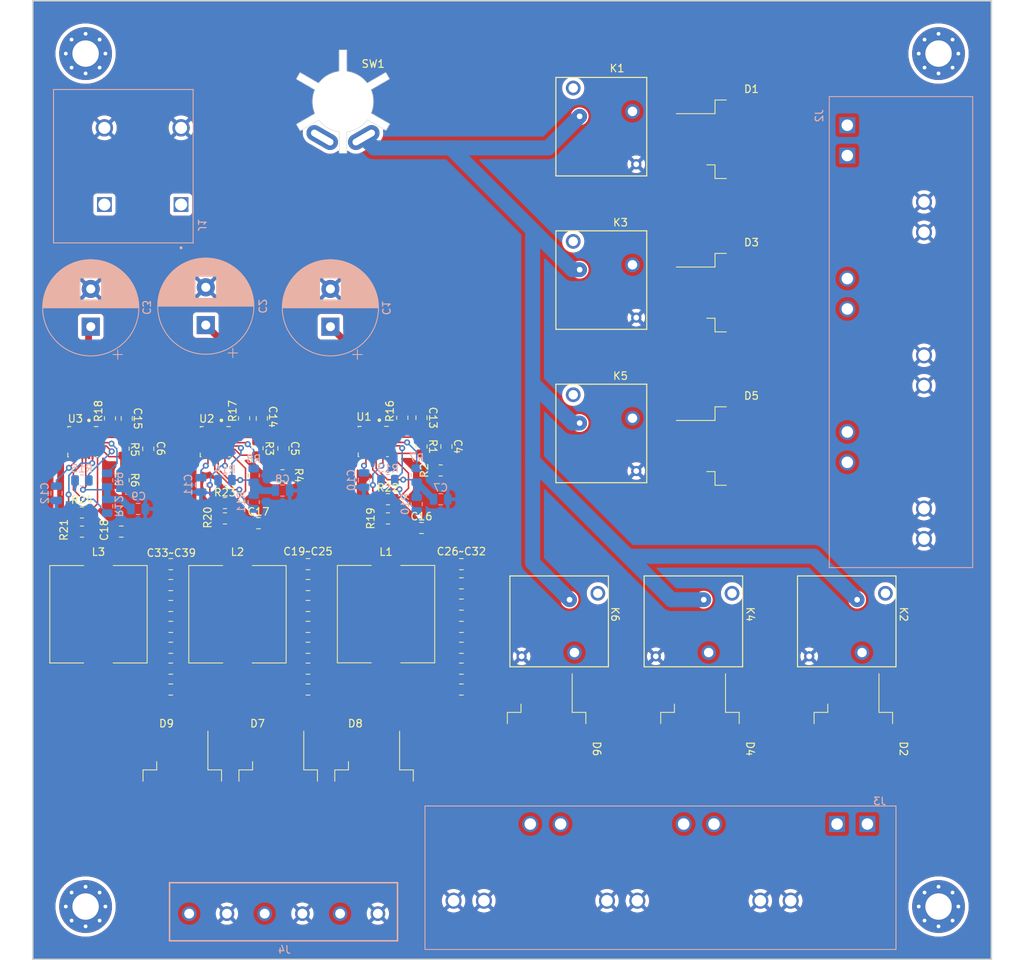
<source format=kicad_pcb>
(kicad_pcb (version 20221018) (generator pcbnew)
  (layers (0 "F.Cu" signal) (1 "In1.Cu" power "PWR.Cu") (2 "In2.Cu" power "GND.Cu") (31 "B.Cu" signal) (34 "B.Paste" user) (35 "F.Paste" user) (36 "B.SilkS" user "B.Silkscreen") (37 "F.SilkS" user "F.Silkscreen") (38 "B.Mask" user) (39 "F.Mask" user) (44 "Edge.Cuts" user))
  (net 0 "")
  (net 1 "/V_BAT_IN")
  (net 2 "GND")
  (net 3 "Net-(U1-VDD)")
  (net 4 "Net-(U2-VDD)")
  (net 5 "Net-(U3-VDD)")
  (net 6 "Net-(U1-VDRV)")
  (net 7 "Net-(U2-VDRV)")
  (net 8 "Net-(U3-VDRV)")
  (net 9 "Net-(U1-BOOT)")
  (net 10 "Net-(C13-Pad2)")
  (net 11 "Net-(U2-BOOT)")
  (net 12 "Net-(C14-Pad2)")
  (net 13 "Net-(U3-BOOT)")
  (net 14 "Net-(C15-Pad2)")
  (net 15 "Net-(D8-A)")
  (net 16 "Net-(D7-A)")
  (net 17 "Net-(D9-A)")
  (net 18 "Net-(D1-A)")
  (net 19 "/12V_IN_1")
  (net 20 "Net-(D2-A)")
  (net 21 "/12V_IN_4")
  (net 22 "Net-(D3-A)")
  (net 23 "/12V_IN_2")
  (net 24 "Net-(D4-A)")
  (net 25 "/12V_IN_5")
  (net 26 "Net-(D5-A)")
  (net 27 "/12V_IN_3")
  (net 28 "Net-(D6-A)")
  (net 29 "/12V_IN_6")
  (net 30 "/5V_OUT_1")
  (net 31 "/5V_OUT_2")
  (net 32 "/5V_OUT_3")
  (net 33 "/E-stop")
  (net 34 "Net-(L1-Pad1)")
  (net 35 "Net-(L2-Pad1)")
  (net 36 "Net-(L3-Pad1)")
  (net 37 "Net-(U1-EN)")
  (net 38 "Net-(U2-EN)")
  (net 39 "Net-(U3-EN)")
  (net 40 "Net-(U1-MODE1)")
  (net 41 "Net-(U2-MODE1)")
  (net 42 "Net-(U3-MODE1)")
  (net 43 "Net-(U1-PGOOD)")
  (net 44 "Net-(U2-PGOOD)")
  (net 45 "Net-(U3-PGOOD)")
  (net 46 "Net-(U1-MODE2)")
  (net 47 "Net-(U2-MODE2)")
  (net 48 "Net-(U3-MODE2)")
  (net 49 "Net-(U1-PHASE)")
  (net 50 "Net-(U2-PHASE)")
  (net 51 "Net-(U3-PHASE)")
  (net 52 "Net-(U1-FB)")
  (net 53 "Net-(U2-FB)")
  (net 54 "Net-(U3-FB)")
  (net 55 "/GL")
  (footprint "MountingHole:MountingHole_3.5mm_Pad_Via" (layer "F.Cu") (at 140 27)
    (fp_text reference "REF**" hide)
    (fp_text value "MountingHole_3.5mm_Pad_Via")
  )
  (footprint "Capacitor_SMD:C_0805_2012Metric" (layer "F.Cu") (at 49.908845 89.215)
    (fp_text reference "C17")
    (fp_text value "100nF")
  )
  (footprint "Inductor_SMD:L_Vishay_IHLP-5050" (layer "F.Cu") (at 47.12 101.28 -90)
    (fp_text reference "L2")
    (fp_text value "1uH")
  )
  (footprint "Package_TO_SOT_SMD:TO-263-2" (layer "F.Cu") (at 115.213845 58.67)
    (fp_text reference "D3")
    (fp_text value "type=\"D\" model=\"DIODE\" lib=\"\"")
  )
  (footprint "power_board_support:A10 Relay" (layer "F.Cu") (at 94.863845 106.35 180)
    (fp_text reference "K6")
    (fp_text value "Relay")
  )
  (footprint "Capacitor_SMD:C_0805_2012Metric" (layer "F.Cu") (at 56.463845 105.71692)
    (fp_text reference "C28" hide)
    (fp_text value "47uF")
  )
  (footprint "SIC_431_supporting:REGULATOR_SIC431AED-T1-GE3" (layer "F.Cu") (at 44.188845 78.42 -90)
    (fp_text reference "U2")
    (fp_text value "SIC431AED-T1-GE3")
  )
  (footprint "Resistor_SMD:R_0805_2012Metric" (layer "F.Cu") (at 49.773845 79.29 -90)
    (fp_text reference "R3")
    (fp_text value "562k")
  )
  (footprint "Capacitor_SMD:C_0805_2012Metric" (layer "F.Cu") (at 74.800845 79.055 -90)
    (fp_text reference "C4")
    (fp_text value "100nF")
  )
  (footprint "Resistor_SMD:R_0805_2012Metric" (layer "F.Cu") (at 32.033845 83.51 -90)
    (fp_text reference "R6")
    (fp_text value "309k")
  )
  (footprint "Capacitor_SMD:C_0805_2012Metric" (layer "F.Cu") (at 76.783845 105.71692)
    (fp_text reference "C23" hide)
    (fp_text value "47uF")
  )
  (footprint "power_board_support:E-Stop" (layer "F.Cu") (at 61.1 33.36)
    (fp_text reference "SW1")
    (fp_text value "SW_Push_Open")
    (fp_line (start -6.190326 -2.988974) (end -4.129186 -1.798974) (stroke (width 0.06)) (layer "Edge.Cuts"))
    (fp_line (start -6.179512 3.003974) (end -5.679512 3.87) (stroke (width 0.06)) (layer "Edge.Cuts"))
    (fp_line (start -6.179512 3.003974) (end -4.118372 1.813974) (stroke (width 0.06)) (layer "Edge.Cuts"))
    (fp_line (start -5.690326 -3.855) (end -6.190326 -2.988974) (stroke (width 0.06)) (layer "Edge.Cuts"))
    (fp_line (start -5.690326 -3.855) (end -3.629186 -2.665) (stroke (width 0.06)) (layer "Edge.Cuts"))
    (fp_line (start -5.679512 3.87) (end -3.618372 2.68) (stroke (width 0.06)) (layer "Edge.Cuts"))
    (fp_line (start -4.129186 -1.798974) (end -3.730814 -1.568974) (stroke (width 0.06)) (layer "Edge.Cuts"))
    (fp_line (start -3.72 1.583974) (end -4.118372 1.813974) (stroke (width 0.06)) (layer "Edge.Cuts"))
    (fp_line (start -3.618372 2.68) (end -3.22 2.45) (stroke (width 0.06)) (layer "Edge.Cuts"))
    (fp_line (start -3.230814 -2.435) (end -3.629186 -2.665) (stroke (width 0.06)) (layer "Edge.Cuts"))
    (fp_line (start -0.51 -6.85) (end -0.51 -4.47) (stroke (width 0.06)) (layer "Edge.Cuts"))
    (fp_line (start -0.51 -4.47) (end -0.51 -4.01) (stroke (width 0.06)) (layer "Edge.Cuts"))
    (fp_line (start -0.5 4.01) (end -0.5 4.47) (stroke (width 0.06)) (layer "Edge.Cuts"))
    (fp_line (start -0.5 6.85) (end -0.5 4.47) (stroke (width 0.06)) (layer "Edge.Cuts"))
    (fp_line (start -0.5 6.85) (end 0.5 6.85) (stroke (width 0.06)) (layer "Edge.Cuts"))
    (fp_line (start 0.49 -6.85) (end -0.51 -6.85) (stroke (width 0.06)) (layer "Edge.Cuts"))
    (fp_line (start 0.49 -6.85) (end 0.49 -4.47) (stroke (width 0.06)) (layer "Edge.Cuts"))
    (fp_line (start 0.49 -4.01) (end 0.49 -4.47) (stroke (width 0.06)) (layer "Edge.Cuts"))
    (fp_line (start 0.5 4.47) (end 0.5 4.01) (stroke (width 0.06)) (layer "Edge.Cuts"))
    (fp_line (start 0.5 6.85) (end 0.5 4.47) (stroke (width 0.06)) (layer "Edge.Cuts"))
    (fp_line (start 3.241628 2.406026) (end 3.64 2.636026) (stroke (width 0.06)) (layer "Edge.Cuts"))
    (fp_line (start 3.61 -2.68) (end 3.211628 -2.45) (stroke (width 0.06)) (layer "Edge.Cuts"))
    (fp_line (start 3.711628 -1.583974) (end 4.11 -1.813974) (stroke (width 0.06)) (layer "Edge.Cuts"))
    (fp_line (start 4.14 1.77) (end 3.741628 1.54) (stroke (width 0.06)) (layer "Edge.Cuts"))
    (fp_line (start 5.67114 -3.87) (end 3.61 -2.68) (stroke (width 0.06)) (layer "Edge.Cuts"))
    (fp_line (start 5.70114 3.826026) (end 3.64 2.636026) (stroke (width 0.06)) (layer "Edge.Cuts"))
    (fp_line (start 5.70114 3.826026) (end 6.20114 2.96) (stroke (width 0.06)) (layer "Edge.Cuts"))
    (fp_line (start 6.17114 -3.003974) (end 4.11 -1.813974) (stroke (width 0.06)) (layer "Edge.Cuts"))
    (fp_line (start 6.17114 -3.003974) (end 5.67114 -3.87) (stroke (width 0.06)) (layer "Edge.Cuts"))
    (fp_line (start 6.20114 2.96) (end 4.14 1.77) (stroke (width 0.06)) (layer "Edge.Cuts"))
    (fp_arc (start -3.719999 1.583974) (mid -4.04337 0.00901) (end -3.727022 -1.567379) (stroke (width 0.06)) (layer "Edge.Cuts"))
    (fp_arc (start -3.230814 -2.435) (mid -2.030101 -3.499048) (end -0.510424 -4.013334) (stroke (width 0.06)) (layer "Edge.Cuts"))
    (fp_arc (start -0.5 4.009999) (mid -2.015575 3.502291) (end -3.215984 2.446945) (stroke (width 0.06)) (layer "Edge.Cuts"))
    (fp_arc (start 0.49 -4.01) (mid 2.006668 -3.503425) (end 3.205756 -2.445557) (stroke (width 0.06)) (layer "Edge.Cuts"))
    (fp_arc (start 3.241628 2.406026) (mid 2.034406 3.486803) (end 0.499495 4.005948) (stroke (width 0.06)) (layer "Edge.Cuts"))
    (fp_arc (start 3.711628 -1.583974) (mid 4.035529 -0.026043) (end 3.731762 1.535939) (stroke (width 0.06)) (layer "Edge.Cuts"))
  )
  (footprint "Resistor_SMD:R_0805_2012Metric" (layer "F.Cu") (at 26.513845 87.79)
    (fp_text reference "R24")
    (fp_text value "78.7k")
  )
  (footprint "Resistor_SMD:R_0805_2012Metric" (layer "F.Cu") (at 48.003845 75.32 90)
    (fp_text reference "R17")
    (fp_text value "0")
  )
  (footprint "Inductor_SMD:L_Vishay_IHLP-5050" (layer "F.Cu") (at 28.703845 101.28 -90)
    (fp_text reference "L3")
    (fp_text value "1uH")
  )
  (footprint "Capacitor_SMD:C_0805_2012Metric" (layer "F.Cu") (at 56.463845 94.64)
    (fp_text reference "C19~C25")
    (fp_text value "47uF")
  )
  (footprint "Capacitor_SMD:C_0805_2012Metric" (layer "F.Cu") (at 38.283845 97.40923)
    (fp_text reference "C34" hide)
    (fp_text value "47uF")
  )
  (footprint "Resistor_SMD:R_0805_2012Metric" (layer "F.Cu") (at 71.498845 79.055 -90)
    (fp_text reference "R1")
    (fp_text value "562k")
  )
  (footprint "Resistor_SMD:R_0805_2012Metric" (layer "F.Cu") (at 30.233845 75.32 90)
    (fp_text reference "R18")
    (fp_text value "0")
  )
  (footprint "Capacitor_SMD:C_0805_2012Metric" (layer "F.Cu") (at 76.783845 94.64)
    (fp_text reference "C26~C32")
    (fp_text value "47uF")
  )
  (footprint "Package_TO_SOT_SMD:TO-263-2" (layer "F.Cu") (at 108.393845 119.1 -90)
    (fp_text reference "D4")
    (fp_text value "type=\"D\" model=\"DIODE\" lib=\"\"")
  )
  (footprint "power_board_support:A10 Relay" (layer "F.Cu") (at 99.453845 31.56 -90)
    (fp_text reference "K1")
    (fp_text value "Relay")
  )
  (footprint "Capacitor_SMD:C_0805_2012Metric" (layer "F.Cu") (at 71.498845 89.85)
    (fp_text reference "C16")
    (fp_text value "100nF")
  )
  (footprint "Package_TO_SOT_SMD:TO-263-2" (layer "F.Cu") (at 115.213845 38.35)
    (fp_text reference "D1")
    (fp_text value "type=\"D\" model=\"DIODE\" lib=\"\"")
  )
  (footprint "Package_TO_SOT_SMD:TO-263-2" (layer "F.Cu") (at 52.513845 126.72 -90)
    (fp_text reference "D7")
    (fp_text value "type=\"D\" model=\"DIODE\" lib=\"\"")
  )
  (footprint "MountingHole:MountingHole_3.5mm_Pad_Via" (layer "F.Cu") (at 27 27)
    (fp_text reference "REF**" hide)
    (fp_text value "MountingHole_3.5mm_Pad_Via")
  )
  (footprint "Capacitor_SMD:C_0805_2012Metric" (layer "F.Cu") (at 53.210845 79.309 -90)
    (fp_text reference "C5")
    (fp_text value "100nF")
  )
  (footprint "power_board_support:A10 Relay" (layer "F.Cu") (at 99.453845 72.2 -90)
    (fp_text reference "K5")
    (fp_text value "Relay")
  )
  (footprint "Capacitor_SMD:C_0805_2012Metric" (layer "F.Cu") (at 56.463845 108.48615)
    (fp_text reference "C30" hide)
    (fp_text value "47uF")
  )
  (footprint "Capacitor_SMD:C_0805_2012Metric" (layer "F.Cu") (at 31.733845 90.33)
    (fp_text reference "C18")
    (fp_text value "100nF")
  )
  (footprint "Resistor_SMD:R_0805_2012Metric" (layer "F.Cu") (at 74.038845 82.23)
    (fp_text reference "R2")
    (fp_text value "309k")
  )
  (footprint "Resistor_SMD:R_0805_2012Metric" (layer "F.Cu") (at 67.053845 88.58)
    (fp_text reference "R19")
    (fp_text value "10k")
  )
  (footprint "Capacitor_SMD:C_0805_2012Metric" (layer "F.Cu") (at 76.783845 108.48615)
    (fp_text reference "C22" hide)
    (fp_text value "47uF")
  )
  (footprint "Package_TO_SOT_SMD:TO-263-2" (layer "F.Cu") (at 88.073845 119.1 -90)
    (fp_text reference "D6")
    (fp_text value "type=\"D\" model=\"DIODE\" lib=\"\"")
  )
  (footprint "Capacitor_SMD:C_0805_2012Metric" (layer "F.Cu") (at 76.783845 100)
    (fp_text reference "C25" hide)
    (fp_text value "47uF")
  )
  (footprint "Capacitor_SMD:C_0805_2012Metric" (layer "F.Cu") (at 56.463845 111.25538)
    (fp_text reference "C29" hide)
    (fp_text value "47uF")
  )
  (footprint "Capacitor_SMD:C_0805_2012Metric" (layer "F.Cu") (at 38.283845 111.25538)
    (fp_text reference "C33~C39")
    (fp_text value "47uF")
  )
  (footprint "Package_TO_SOT_SMD:TO-263-2" (layer "F.Cu") (at 128.713845 119.1 -90)
    (fp_text reference "D2")
    (fp_text value "type=\"D\" model=\"DIODE\" lib=\"\"")
  )
  (footprint "Capacitor_SMD:C_0805_2012Metric" (layer "F.Cu") (at 56.463845 102.94769)
    (fp_text reference "C32" hide)
    (fp_text value "47uF")
  )
  (footprint "Capacitor_SMD:C_0805_2012Metric" (layer "F.Cu") (at 76.783845 111.25538)
    (fp_text reference "C19" hide)
    (fp_text value "47uF")
  )
  (footprint "Inductor_SMD:L_Vishay_IHLP-5050" (layer "F.Cu") (at 66.803845 101.26 -90)
    (fp_text reference "L1")
    (fp_text value "1uH")
  )
  (footprint "power_board_support:A10 Relay" (layer "F.Cu") (at 99.453845 51.88 -90)
    (fp_text reference "K3")
    (fp_text value "Relay")
  )
  (footprint "Package_TO_SOT_SMD:TO-263-2" (layer "F.Cu") (at 39.813845 126.72 -90)
    (fp_text reference "D9")
    (fp_text value "type=\"D\" model=\"DIODE\" lib=\"\"")
  )
  (footprint "Capacitor_SMD:C_0805_2012Metric" (layer "F.Cu") (at 35.303845 79.3625 -90)
    (fp_text reference "C6")
    (fp_text value "100nF")
  )
  (footprint "Capacitor_SMD:C_0805_2012Metric" (layer "F.Cu") (at 38.283845 100.17846)
    (fp_text reference "C35" hide)
    (fp_text value "47uF")
  )
  (footprint "Capacitor_SMD:C_0805_2012Metric" (layer "F.Cu") (at 56.463845 97.40923)
    (fp_text reference "C21" hide)
    (fp_text value "47uF")
  )
  (footprint "Resistor_SMD:R_0805_2012Metric" (layer "F.Cu") (at 68.958845 75.245 90)
    (fp_text reference "R16")
    (fp_text value "0")
  )
  (footprint "Capacitor_SMD:C_0805_2012Metric" (layer "F.Cu") (at 71.498845 75.245 90)
    (fp_text reference "C13")
    (fp_text value "100nF")
  )
  (footprint "Capacitor_SMD:C_0805_2012Metric" (layer "F.Cu") (at 38.283845 108.48615)
    (fp_text reference "C38" hide)
    (fp_text value "47uF")
  )
  (footprint "MountingHole:MountingHole_3.5mm_Pad_Via" (layer "F.Cu") (at 27 140)
    (fp_text reference "REF**" hide)
    (fp_text value "MountingHole_3.5mm_Pad_Via")
  )
  (footprint "power_board_support:A10 Relay" (layer "F.Cu") (at 132.963845 106.35 180)
    (fp_text reference "K2")
    (fp_text value "Relay")
  )
  (footprint "Resistor_SMD:R_0805_2012Metric" (layer "F.Cu") (at 26.513845 90.33)
    (fp_text reference "R21")
    (fp_text value "10k")
  )
  (footprint "Capacitor_SMD:C_0805_2012Metric" (layer "F.Cu") (at 38.283845 105.71692)
    (fp_text reference "C37" hide)
    (fp_text value "47uF")
  )
  (footprint "Resistor_SMD:R_0805_2012Metric" (layer "F.Cu") (at 53.083845 82.865)
    (fp_text reference "R4")
    (fp_text value "309k")
  )
  (footprint "Package_TO_SOT_SMD:TO-263-2" (layer "F.Cu") (at 115.213845 78.99)
    (fp_text reference "D5")
    (fp_text value "type=\"D\" model=\"DIODE\" lib=\"\"")
  )
  (footprint "Capacitor_SMD:C_0805_2012Metric" (layer "F.Cu") (at 56.463845 100.17846)
    (fp_text reference "C31" hide)
    (fp_text value "47uF")
  )
  (footprint "SIC_431_supporting:REGULATOR_SIC431AED-T1-GE3" (layer "F.Cu") (at 65.116345 78.3875 -90)
    (fp_text reference "U1")
    (fp_text value "SIC431AED-T1-GE3")
  )
  (footprint "Package_TO_SOT_SMD:TO-263-2" (layer "F.Cu") (at 65.213845 126.72 -90)
    (fp_text reference "D8")
    (fp_text value "type=\"D\" model=\"DIODE\" lib=\"\"")
  )
  (footprint "Resistor_SMD:R_0805_2012Metric" (layer "F.Cu") (at 67.053845 86.04)
    (fp_text reference "R22")
    (fp_text value "78.7k")
  )
  (footprint "Resistor_SMD:R_0805_2012Metric" (layer "F.Cu") (at 32.033845 79.3425 -90)
    (fp_text reference "R5")
    (fp_text value "562k")
  )
  (footprint "Capacitor_SMD:C_0805_2012Metric" (layer "F.Cu") (at 38.283845 94.64)
    (fp_text reference "C33" hide)
    (fp_text value "47uF")
  )
  (footprint "Capacitor_SMD:C_0805_2012Metric" (layer "F.Cu") (at 50.343845 75.34 90)
    (fp_text reference "C14")
    (fp_text value "100nF")
  )
  (footprint "power_board_support:A10 Relay" (layer "F.Cu") (at 112.643845 106.35 180)
    (fp_text reference "K4")
    (fp_text value "Relay")
  )
  (footprint "SIC_431_supporting:REGULATOR_SIC431AED-T1-GE3" (layer "F.Cu") (at 26.643845 78.42 -90)
    (fp_text reference "U3")
    (fp_text value "SIC431AED-T1-GE3")
  )
  (footprint "Resistor_SMD:R_0805_2012Metric" (layer "F.Cu") (at 45.463845 88.58)
    (fp_text reference "R20")
    (fp_text value "10k")
  )
  (footprint "Capacitor_SMD:C_0805_2012Metric" (layer "F.Cu") (at 76.783845 102.94769)
    (fp_text reference "C24" hide)
    (fp_text value "47uF")
  )
  (footprint "Capacitor_SMD:C_0805_2012Metric" (layer "F.Cu") (at 76.783845 97.18)
    (fp_text reference "C26" hide)
    (fp_text value "47uF")
  )
  (footprint "Capacitor_SMD:C_0805_2012Metric" (layer "F.Cu") (at 38.283845 102.94769)
    (fp_text reference "C36" hide)
    (fp_text value "47uF")
  )
  (footprint "Resistor_SMD:R_0805_2012Metric" (layer "F.Cu") (at 45.463845 86.548)
    (fp_text reference "R23")
    (fp_text value "78.7k")
  )
  (footprint "Capacitor_SMD:C_0805_2012Metric" (layer "F.Cu") (at 32.453845 75.34 90)
    (fp_text reference "C15")
    (fp_text value "100nF")
  )
  (footprint "MountingHole:MountingHole_3.5mm_Pad_Via" (layer "F.Cu") (at 140 140)
    (fp_text reference "REF**" hide)
    (fp_text value "MountingHole_3.5mm_Pad_Via")
  )
  (footprint "Resistor_SMD:R_0805_2012Metric" (layer "B.Cu") (at 45.463845 83.5)
    (fp_text reference "R14")
    (fp_text value "200k")
  )
  (footprint "Capacitor_SMD:C_0805_2012Metric" (layer "B.Cu") (at 53.083845 84.897)
    (fp_text reference "C8")
    (fp_text value "1uF")
  )
  (footprint "Resistor_SMD:R_0805_2012Metric" (layer "B.Cu") (at 49.273845 86.41 -90)
    (fp_text reference "R11")
    (fp_text value "100k")
  )
  (footprint "Resistor_SMD:R_0805_2012Metric" (layer "B.Cu") (at 26.513845 83.55)
    (fp_text reference "R15")
    (fp_text value "200k")
  )
  (footprint "Resistor_SMD:R_0805_2012Metric" (layer "B.Cu") (at 29.863845 83.51 90)
    (fp_text reference "R9")
    (fp_text value "100k")
  )
  (footprint "Resistor_SMD:R_0805_2012Metric" (layer "B.Cu") (at 29.863845 86.9625 -90)
    (fp_text reference "R12")
    (fp_text value "100k")
  )
  (footprint "Resistor_SMD:R_0805_2012Metric" (layer "B.Cu") (at 70.863845 86.675 -90)
    (fp_text reference "R10")
    (fp_text value "100k")
  )
  (footprint "Capacitor_THT:CP_Radial_D12.5mm_P5.00mm" (layer "B.Cu") (at 59.433845 63.18 90)
    (fp_text reference "C1")
    (fp_text value "150uF")
  )
  (footprint "power_board_support:12V terminal block" (layer "B.Cu") (at 127.913845 36.49 -90)
    (fp_text reference "J2")
    (fp_text value "Screw_Terminal_01x06")
  )
  (footprint "Resistor_SMD:R_0805_2012Metric" (layer "B.Cu") (at 49.273845 82.9 90)
    (fp_text reference "R8")
    (fp_text value "100k")
  )
  (footprint "Capacitor_SMD:C_0805_2012Metric" (layer "B.Cu") (at 23.143845 85.25 -90)
    (fp_text reference "C12")
    (fp_text value "4.7uF")
  )
  (footprint "Capacitor_SMD:C_0805_2012Metric" (layer "B.Cu") (at 74.038845 86.04)
    (fp_text reference "C7")
    (fp_text value "1uF")
  )
  (footprint "Capacitor_SMD:C_0805_2012Metric" (layer "B.Cu") (at 63.878845 83.5 -90)
    (fp_text reference "C10")
    (fp_text value "4.7uF")
  )
  (footprint "Capacitor_SMD:C_0805_2012Metric" (layer "B.Cu") (at 42.288845 84.135 -90)
    (fp_text reference "C11")
    (fp_text value "4.7uF")
  )
  (footprint "Capacitor_THT:CP_Radial_D12.5mm_P5.00mm" (layer "B.Cu") (at 42.923845 62.963959 90)
    (fp_text reference "C2")
    (fp_text value "150uF")
  )
  (footprint "Capacitor_THT:CP_Radial_D12.5mm_P5.00mm" (layer "B.Cu") (at 27.683845 63.18 90)
    (fp_text reference "C3")
    (fp_text value "150uF")
  )
  (footprint "power_board_support:TE_1986660-2" (layer "B.Cu") (at 39.65 47 90)
    (fp_text reference "J1")
    (fp_text value "Screw_Terminal_01x02")
  )
  (footprint "Capacitor_SMD:C_0805_2012Metric" (layer "B.Cu") (at 33.953845 87.32)
    (fp_text reference "C9")
    (fp_text value "1uF")
  )
  (footprint "power_board_support:12V terminal block" (layer "B.Cu") (at 130.573845 129.07 180)
    (fp_text reference "J3")
    (fp_text value "Screw_Terminal_01x06")
  )
  (footprint "Resistor_SMD:R_0805_2012Metric" (layer "B.Cu") (at 67.053845 83.5)
    (fp_text reference "R13")
    (fp_text value "200k")
  )
  (footprint "power_board_support:691137710006" (layer "B.Cu") (at 53.223845 140.94)
    (fp_text reference "J4")
    (fp_text value "Screw_Terminal_01x06")
  )
  (footprint "Resistor_SMD:R_0805_2012Metric" (layer "B.Cu") (at 70.863845 82.865 90)
    (fp_text reference "R7")
    (fp_text value "100k")
  )
  (gr_line (start 147 147) (end 20 147) (stroke (width 0.2)) (layer "Edge.Cuts"))
  (gr_line (start 20 20) (end 147 20) (stroke (width 0.2)) (layer "Edge.Cuts"))
  (gr_line (start 147 20) (end 147 147) (stroke (width 0.2)) (layer "Edge.Cuts"))
  (gr_line (start 20 147) (end 20 20) (stroke (width 0.2)) (layer "Edge.Cuts"))
  (segment (start 71.168845 77.8125) (end 71.498845 78.1425) (width 0.2) (layer "F.Cu") (net 1))
  (segment (start 44.938845 64.978959) (end 53.210845 73.250959) (width 0.9) (layer "F.Cu") (net 1))
  (segment (start 28.581345 77.845) (end 31.448845 77.845) (width 0.2) (layer "F.Cu") (net 1))
  (segment (start 27.393845 67.332208) (end 27.393845 65.72) (width 0.9) (layer "F.Cu") (net 1))
  (segment (start 35.303845 78.4125) (end 34.608845 78.4125) (width 0.9) (layer "F.Cu") (net 1))
  (segment (start 27.683845 63.18) (end 27.393845 63.47) (width 0.9) (layer "F.Cu") (net 1))
  (segment (start 35.303845 78.4125) (end 32.051345 78.4125) (width 0.9) (layer "F.Cu") (net 1))
  (segment (start 49.773845 78.3775) (end 53.192345 78.3775) (width 0.9) (layer "F.Cu") (net 1))
  (segment (start 35.303845 78.4125) (end 35.303845 75.242208) (width 0.9) (layer "F.Cu") (net 1))
  (segment (start 74.800845 78.105) (end 74.800845 75.599208) (width 0.9) (layer "F.Cu") (net 1))
  (segment (start 44.938845 77.245) (end 44.938845 64.978959) (width 0.9) (layer "F.Cu") (net 1))
  (segment (start 74.800845 75.599208) (end 68.814137 69.6125) (width 0.9) (layer "F.Cu") (net 1))
  (segment (start 71.522345 78.166) (end 71.498845 78.1425) (width 0.9) (layer "F.Cu") (net 1))
  (segment (start 65.866345 77.2125) (end 65.866345 69.6125) (width 0.9) (layer "F.Cu") (net 1))
  (segment (start 31.751345 78.4125) (end 31.733845 78.43) (width 0.9) (layer "F.Cu") (net 1))
  (segment (start 67.053845 77.8125) (end 71.168845 77.8125) (width 0.2) (layer "F.Cu") (net 1))
  (segment (start 34.608845 78.4125) (end 34.591345 78.43) (width 0.9) (layer "F.Cu") (net 1))
  (segment (start 53.192345 78.3775) (end 53.210845 78.359) (width 0.9) (layer "F.Cu") (net 1))
  (segment (start 44.938845 64.978959) (end 42.923845 62.963959) (width 0.9) (layer "F.Cu") (net 1))
  (segment (start 68.814137 69.6125) (end 65.866345 69.6125) (width 0.9) (layer "F.Cu") (net 1))
  (segment (start 27.393845 63.47) (end 27.393845 65.72) (width 0.9) (layer "F.Cu") (net 1))
  (segment (start 74.739845 78.166) (end 71.522345 78.166) (width 0.9) (layer "F.Cu") (net 1))
  (segment (start 27.393845 68.26) (end 27.393845 77.245) (width 0.9) (layer "F.Cu") (net 1))
  (segment (start 46.126345 77.845) (end 49.241345 77.845) (width 0.2) (layer "F.Cu") (net 1))
  (segment (start 53.210845 73.250959) (end 53.210845 78.359) (width 0.9) (layer "F.Cu") (net 1))
  (segment (start 35.303845 75.242208) (end 27.393845 67.332208) (width 0.9) (layer "F.Cu") (net 1))
  (segment (start 31.448845 77.845) (end 32.033845 78.43) (width 0.2) (layer "F.Cu") (net 1))
  (segment (start 74.800845 78.105) (end 74.739845 78.166) (width 0.9) (layer "F.Cu") (net 1))
  (segment (start 49.241345 77.845) (end 49.773845 78.3775) (width 0.2) (layer "F.Cu") (net 1))
  (segment (start 27.393845 65.72) (end 27.393845 68.26) (width 0.9) (layer "F.Cu") (net 1))
  (segment (start 65.866345 69.6125) (end 59.433845 63.18) (width 0.9) (layer "F.Cu") (net 1))
  (segment (start 40.013 47) (end 39.65 47) (width 0.25) (layer "B.Cu") (net 1))
  (segment (start 64.591345 80.325) (end 64.591345 79.36) (width 0.1) (layer "F.Cu") (net 2))
  (segment (start 26.118845 80.3575) (end 26.118845 79.3925) (width 0.1) (layer "F.Cu") (net 2))
  (segment (start 26.118845 79.3925) (end 26.341345 79.17) (width 0.1) (layer "F.Cu") (net 2))
  (segment (start 43.663845 79.3925) (end 43.886345 79.17) (width 0.1) (layer "F.Cu") (net 2))
  (segment (start 27.468845 80.3575) (end 27.468845 78.9825) (width 0.2) (layer "F.Cu") (net 2))
  (segment (start 27.468845 78.9825) (end 27.393845 78.9075) (width 0.2) (layer "F.Cu") (net 2))
  (segment (start 43.663845 80.3575) (end 43.663845 79.3925) (width 0.1) (layer "F.Cu") (net 2))
  (segment (start 65.941345 80.325) (end 65.941345 78.95) (width 0.2) (layer "F.Cu") (net 2))
  (segment (start 27.393845 78.9075) (end 26.603845 78.9075) (width 0.2) (layer "F.Cu") (net 2))
  (segment (start 65.941345 78.95) (end 65.866345 78.875) (width 0.2) (layer "F.Cu") (net 2))
  (segment (start 45.013845 78.9825) (end 44.938845 78.9075) (width 0.2) (layer "F.Cu") (net 2))
  (segment (start 45.013845 80.3575) (end 45.013845 78.9825) (width 0.2) (layer "F.Cu") (net 2))
  (segment (start 26.603845 78.9075) (end 26.341345 79.17) (width 0.2) (layer "F.Cu") (net 2))
  (segment (start 64.591345 79.36) (end 64.813845 79.1375) (width 0.1) (layer "F.Cu") (net 2))
  (segment (start 69.078345 83.448221) (end 67.002066 83.448221) (width 0.2) (layer "F.Cu") (net 3))
  (segment (start 67.002066 83.448221) (end 65.491345 81.9375) (width 0.2) (layer "F.Cu") (net 3))
  (segment (start 65.491345 81.9375) (end 65.491345 80.325) (width 0.2) (layer "F.Cu") (net 3))
  (via (at 69.078345 83.448221) (size 0.8) (drill 0.4) (layers "F.Cu" "B.Cu") (net 3))
  (segment (start 69.078345 83.448221) (end 70.534566 83.448221) (width 0.2) (layer "B.Cu") (net 3))
  (segment (start 70.863845 83.815) (end 73.088845 86.04) (width 0.9) (layer "B.Cu") (net 3))
  (segment (start 70.534566 83.448221) (end 70.863845 83.7775) (width 0.2) (layer "B.Cu") (net 3))
  (segment (start 70.863845 83.7775) (end 70.863845 85.7625) (width 0.9) (layer "B.Cu") (net 3))
  (segment (start 70.863845 83.7775) (end 70.863845 83.815) (width 0.9) (layer "B.Cu") (net 3))
  (segment (start 44.563845 82.034314) (end 44.563845 80.3575) (width 0.2) (layer "F.Cu") (net 4))
  (segment (start 46.029531 83.5) (end 44.563845 82.034314) (width 0.2) (layer "F.Cu") (net 4))
  (segment (start 47.488345 83.5) (end 46.029531 83.5) (width 0.2) (layer "F.Cu") (net 4))
  (via (at 47.488345 83.5) (size 0.8) (drill 0.4) (layers "F.Cu" "B.Cu") (net 4))
  (segment (start 52.133845 84.897) (end 50.358345 84.897) (width 0.9) (layer "B.Cu") (net 4))
  (segment (start 48.961345 83.5) (end 49.273845 83.8125) (width 0.2) (layer "B.Cu") (net 4))
  (segment (start 49.273845 85.4975) (end 49.273845 83.8125) (width 0.9) (layer "B.Cu") (net 4))
  (segment (start 50.358345 84.897) (end 49.273845 83.8125) (width 0.9) (layer "B.Cu") (net 4))
  (segment (start 47.488345 83.5) (end 48.961345 83.5) (width 0.2) (layer "B.Cu") (net 4))
  (segment (start 27.018845 80.3575) (end 27.018845 84.415) (width 0.2) (layer "F.Cu") (net 5))
  (segment (start 27.018845 84.415) (end 26.653845 84.78) (width 0.2) (layer "F.Cu") (net 5))
  (via (at 26.653845 84.78) (size 0.8) (drill 0.4) (layers "F.Cu" "B.Cu") (net 5))
  (segment (start 29.863845 86.05) (end 31.733845 86.05) (width 0.9) (layer "B.Cu") (net 5))
  (segment (start 29.506345 84.78) (end 29.863845 84.4225) (width 0.2) (layer "B.Cu") (net 5))
  (segment (start 26.653845 84.78) (end 29.506345 84.78) (width 0.2) (layer "B.Cu") (net 5))
  (segment (start 29.863845 84.4225) (end 29.863845 86.05) (width 0.9) (layer "B.Cu") (net 5))
  (segment (start 31.733845 86.05) (end 33.003845 87.32) (width 0.9) (layer "B.Cu") (net 5))
  (segment (start 64.141345 81.3325) (end 63.878845 81.595) (width 0.2) (layer "F.Cu") (net 6))
  (segment (start 64.141345 80.325) (end 64.141345 81.3325) (width 0.2) (layer "F.Cu") (net 6))
  (via (at 63.878845 81.595) (size 0.8) (drill 0.4) (layers "F.Cu" "B.Cu") (net 6))
  (segment (start 63.878845 81.595) (end 63.878845 82.55) (width 0.2) (layer "B.Cu") (net 6))
  (segment (start 43.213845 81.305) (end 42.923845 81.595) (width 0.2) (layer "F.Cu") (net 7))
  (segment (start 43.213845 80.3575) (end 43.213845 81.305) (width 0.2) (layer "F.Cu") (net 7))
  (via (at 42.923845 81.595) (size 0.8) (drill 0.4) (layers "F.Cu" "B.Cu") (net 7))
  (segment (start 42.923845 81.595) (end 42.288845 82.23) (width 0.2) (layer "B.Cu") (net 7))
  (segment (start 42.288845 82.23) (end 42.288845 83.185) (width 0.2) (layer "B.Cu") (net 7))
  (segment (start 25.668845 81.02) (end 24.809876 81.878969) (width 0.2) (layer "F.Cu") (net 8))
  (segment (start 24.809876 81.878969) (end 24.792816 81.878969) (width 0.2) (layer "F.Cu") (net 8))
  (segment (start 25.668845 80.3575) (end 25.668845 81.02) (width 0.2) (layer "F.Cu") (net 8))
  (via (at 24.792816 81.878969) (size 0.8) (drill 0.4) (layers "F.Cu" "B.Cu") (net 8))
  (segment (start 24.792816 81.878969) (end 23.143845 83.52794) (width 0.2) (layer "B.Cu") (net 8))
  (segment (start 23.143845 83.52794) (end 23.143845 84.3) (width 0.2) (layer "B.Cu") (net 8))
  (segment (start 67.053845 77.3625) (end 70.331345 77.3625) (width 0.2) (layer "F.Cu") (net 9))
  (segment (start 70.331345 77.3625) (end 71.498845 76.195) (width 0.2) (layer "F.Cu") (net 9))
  (segment (start 68.958845 74.3325) (end 71.461345 74.3325) (width 0.9) (layer "F.Cu") (net 10))
  (segment (start 71.461345 74.3325) (end 71.498845 74.295) (width 0.9) (layer "F.Cu") (net 10))
  (segment (start 46.126345 77.395) (end 49.238845 77.395) (width 0.2) (layer "F.Cu") (net 11))
  (segment (start 49.238845 77.395) (end 50.343845 76.29) (width 0.2) (layer "F.Cu") (net 11))
  (segment (start 50.326345 74.4075) (end 50.343845 74.39) (width 0.9) (layer "F.Cu") (net 12))
  (segment (start 48.003845 74.4075) (end 50.326345 74.4075) (width 0.9) (layer "F.Cu") (net 12))
  (segment (start 28.581345 77.395) (end 31.348845 77.395) (width 0.2) (layer "F.Cu") (net 13))
  (segment (start 31.348845 77.395) (end 32.453845 76.29) (width 0.2) (layer "F.Cu") (net 13))
  (segment (start 32.436345 74.4075) (end 32.453845 74.39) (width 0.9) (layer "F.Cu") (net 14))
  (segment (start 30.233845 74.4075) (end 32.436345 74.4075) (width 0.9) (layer "F.Cu") (net 14))
  (segment (start 74.575765 106.975) (end 75.833845 105.71692) (width 2) (layer "F.Cu") (net 15))
  (segment (start 67.753845 119.07) (end 67.753845 115.82) (width 0.9) (layer "F.Cu") (net 15))
  (segment (start 70.548845 89.85) (end 70.548845 88.6225) (width 0.9) (layer "F.Cu") (net 15))
  (segment (start 75.833845 108.48615) (end 75.833845 108.23308) (width 2) (layer "F.Cu") (net 15))
  (segment (start 74.575765 106.975) (end 75.340765 107.74) (width 0.9) (layer "F.Cu") (net 15))
  (segment (start 66.803845 106.975) (end 74.575765 106.975) (width 2) (layer "F.Cu") (net 15))
  (segment (start 68.323845 86.04) (end 67.966345 86.04) (width 0.2) (layer "F.Cu") (net 15))
  (segment (start 69.778345 84.5855) (end 68.323845 86.04) (width 0.2) (layer "F.Cu") (net 15))
  (segment (start 75.340765 107.74) (end 75.833845 107.74) (width 0.9) (layer "F.Cu") (net 15))
  (segment (start 73.403845 110.17) (end 75.833845 110.17) (width 0.9) (layer "F.Cu") (net 15))
  (segment (start 70.548845 88.6225) (end 67.966345 86.04) (width 0.9) (layer "F.Cu") (net 15))
  (segment (start 67.053845 79.8625) (end 69.778345 82.587) (width 0.2) (layer "F.Cu") (net 15))
  (segment (start 75.833845 110.17) (end 75.833845 94.64) (width 2) (layer "F.Cu") (net 15))
  (segment (start 75.833845 111.25538) (end 75.833845 110.17) (width 2) (layer "F.Cu") (net 15))
  (segment (start 75.833845 108.23308) (end 74.575765 106.975) (width 2) (layer "F.Cu") (net 15))
  (segment (start 67.753845 115.82) (end 73.403845 110.17) (width 0.9) (layer "F.Cu") (net 15))
  (segment (start 69.778345 82.587) (end 69.778345 84.5855) (width 0.2) (layer "F.Cu") (net 15))
  (segment (start 55.053845 119.07) (end 55.053845 111.71538) (width 0.9) (layer "F.Cu") (net 16))
  (segment (start 46.126345 79.895) (end 48.188345 81.957) (width 0.2) (layer "F.Cu") (net 16))
  (segment (start 48.958845 88.6225) (end 48.958845 89.215) (width 0.9) (layer "F.Cu") (net 16))
  (segment (start 54.235765 106.995) (end 55.513845 105.71692) (width 2) (layer "F.Cu") (net 16))
  (segment (start 46.884345 86.548) (end 48.958845 88.6225) (width 0.9) (layer "F.Cu") (net 16))
  (segment (start 47.12 106.995) (end 54.235765 106.995) (width 2) (layer "F.Cu") (net 16))
  (segment (start 54.235765 106.995) (end 55.053845 107.81308) (width 2) (layer "F.Cu") (net 16))
  (segment (start 48.188345 84.94045) (end 46.580795 86.548) (width 0.2) (layer "F.Cu") (net 16))
  (segment (start 55.053845 111.71538) (end 55.513845 111.25538) (width 0.9) (layer "F.Cu") (net 16))
  (segment (start 46.376345 86.548) (end 46.884345 86.548) (width 0.9) (layer "F.Cu") (net 16))
  (segment (start 55.513845 111.25538) (end 55.513845 94.64) (width 2) (layer "F.Cu") (net 16))
  (segment (start 48.188345 81.957) (end 48.188345 84.94045) (width 0.2) (layer "F.Cu") (net 16))
  (segment (start 46.580795 86.548) (end 46.376345 86.548) (width 0.2) (layer "F.Cu") (net 16))
  (segment (start 36.055765 106.995) (end 36.698845 106.995) (width 2) (layer "F.Cu") (net 17))
  (segment (start 30.783845 90.33) (end 29.966345 90.33) (width 0.9) (layer "F.Cu") (net 17))
  (segment (start 37.333845 105.71692) (end 37.333845 107.63) (width 2) (layer "F.Cu") (net 17))
  (segment (start 37.333845 108.27308) (end 36.055765 106.995) (width 2) (layer "F.Cu") (net 17))
  (segment (start 36.055765 106.995) (end 37.333845 105.71692) (width 2) (layer "F.Cu") (net 17))
  (segment (start 37.333845 105.71692) (end 37.333845 94.64) (width 2) (layer "F.Cu") (net 17))
  (segment (start 37.333845 108.48615) (end 37.333845 108.27308) (width 2) (layer "F.Cu") (net 17))
  (segment (start 37.333845 107.63) (end 37.333845 111.25538) (width 2) (layer "F.Cu") (net 17))
  (segment (start 36.698845 106.995) (end 37.333845 107.63) (width 2) (layer "F.Cu") (net 17))
  (segment (start 42.353845 119.07) (end 42.353845 117.22) (width 0.9) (layer "F.Cu") (net 17))
  (segment (start 28.703845 106.995) (end 36.055765 106.995) (width 2) (layer "F.Cu") (net 17))
  (segment (start 42.353845 117.22) (end 37.333845 112.2) (width 0.9) (layer "F.Cu") (net 17))
  (segment (start 28.581345 79.895) (end 28.581345 86.635) (width 0.2) (layer "F.Cu") (net 17))
  (segment (start 29.966345 90.33) (end 27.426345 87.79) (width 0.9) (layer "F.Cu") (net 17))
  (segment (start 28.581345 86.635) (end 27.426345 87.79) (width 0.2) (layer "F.Cu") (net 17))
  (segment (start 37.333845 112.2) (end 37.333845 111.25538) (width 0.9) (layer "F.Cu") (net 17))
  (segment (start 107.563845 35.81) (end 100.603845 35.81) (width 5) (layer "F.Cu") (net 18))
  (segment (start 100.603845 35.81) (end 99.453845 34.66) (width 5) (layer "F.Cu") (net 18))
  (segment (start 127.913845 40.21) (end 126.053845 38.35) (width 10) (layer "F.Cu") (net 19))
  (segment (start 127.913845 40.51) (end 127.913845 40.21) (width 10) (layer "F.Cu") (net 19))
  (segment (start 127.913845 36.49) (end 127.913845 40.51) (width 10) (layer "F.Cu") (net 19))
  (segment (start 126.053845 38.35) (end 127.913845 36.49) (width 10) (layer "F.Cu") (net 19))
  (segment (start 116.713845 38.35) (end 126.053845 38.35) (width 10) (layer "F.Cu") (net 19))
  (segment (start 131.253845 107.74) (end 129.863845 106.35) (width 5) (layer "F.Cu") (net 20))
  (segment (start 131.253845 111.45) (end 131.253845 107.74) (width 5) (layer "F.Cu") (net 20))
  (segment (start 128.713845 120.6) (end 128.713845 127.21) (width 10) (layer "F.Cu") (net 21))
  (segment (start 126.553845 129.07) (end 130.573845 129.07) (width 10) (layer "F.Cu") (net 21))
  (segment (start 128.713845 127.21) (end 130.573845 129.07) (width 10) (layer "F.Cu") (net 21))
  (segment (start 100.603845 56.13) (end 99.453845 54.98) (width 5) (layer "F.Cu") (net 22))
  (segment (start 107.563845 56.13) (end 100.603845 56.13) (width 5) (layer "F.Cu") (net 22))
  (segment (start 111.615 55.555) (end 111.895 55.275) (width 0.25) (layer "F.Cu") (net 23))
  (segment (start 126.053845 58.97) (end 126.053845 58.67) (width 10) (layer "F.Cu") (net 23))
  (segment (start 127.913845 60.83) (end 126.053845 58.97) (width 10) (layer "F.Cu") (net 23))
  (segment (start 126.053845 58.67) (end 127.913845 56.81) (width 10) (layer "F.Cu") (net 23))
  (segment (start 116.713845 58.67) (end 126.053845 58.67) (width 10) (layer "F.Cu") (net 23))
  (segment (start 127.913845 60.83) (end 127.913845 56.81) (width 10) (layer "F.Cu") (net 23))
  (segment (start 110.933845 111.45) (end 110.933845 107.74) (width 5) (layer "F.Cu") (net 24))
  (segment (start 110.933845 107.74) (end 109.543845 106.35) (width 5) (layer "F.Cu") (net 24))
  (segment (start 108.393845 120.6) (end 108.393845 127.21) (width 10) (layer "F.Cu") (net 25))
  (segment (start 106.233845 129.07) (end 110.253845 129.07) (width 10) (layer "F.Cu") (net 25))
  (segment (start 108.393845 127.21) (end 110.253845 129.07) (width 10) (layer "F.Cu") (net 25))
  (segment (start 107.563845 76.45) (end 100.603845 76.45) (width 5) (layer "F.Cu") (net 26))
  (segment (start 100.603845 76.45) (end 99.453845 75.3) (width 5) (layer "F.Cu") (net 26))
  (segment (start 127.913845 81.15) (end 127.913845 77.13) (width 10) (layer "F.Cu") (net 27))
  (segment (start 116.713845 78.99) (end 126.053845 78.99) (width 10) (layer "F.Cu") (net 27))
  (segment (start 126.053845 78.99) (end 127.913845 77.13) (width 10) (layer "F.Cu") (net 27))
  (segment (start 126.053845 79.29) (end 126.053845 78.99) (width 10) (layer "F.Cu") (net 27))
  (segment (start 127.913845 81.15) (end 126.053845 79.29) (width 10) (layer "F.Cu") (net 27))
  (segment (start 90.613845 111.45) (end 90.613845 107.5) (width 5) (layer "F.Cu") (net 28))
  (segment (start 90.613845 107.5) (end 91.763845 106.35) (width 5) (layer "F.Cu") (net 28))
  (segment (start 88.073845 127.21) (end 89.933845 129.07) (width 10) (layer "F.Cu") (net 29))
  (segment (start 88.073845 120.6) (end 88.073845 127.21) (width 10) (layer "F.Cu") (net 29))
  (segment (start 85.913845 129.07) (end 89.933845 129.07) (width 10) (layer "F.Cu") (net 29))
  (segment (start 39.813845 140.03) (end 40.723845 140.94) (width 6) (layer "F.Cu") (net 30))
  (segment (start 39.813845 128.22) (end 39.813845 140.03) (width 6) (layer "F.Cu") (net 30))
  (segment (start 52.513845 128.22) (end 50.723845 130.01) (width 6) (layer "F.Cu") (net 31))
  (segment (start 50.723845 130.01) (end 50.723845 140.94) (width 6) (layer "F.Cu") (net 31))
  (segment (start 60.723845 139.561142) (end 60.723845 140.94) (width 6) (layer "F.Cu") (net 32))
  (segment (start 65.213845 128.22) (end 65.213845 135.071142) (width 6) (layer "F.Cu") (net 32))
  (segment (start 65.213845 135.071142) (end 60.723845 139.561142) (width 6) (layer "F.Cu") (net 32))
  (segment (start 86.226548 70.677297) (end 91.499251 75.95) (width 2) (layer "B.Cu") (net 33))
  (segment (start 92.453845 55.63) (end 91.499251 55.63) (width 2) (layer "B.Cu") (net 33))
  (segment (start 86.226548 94.462703) (end 91.113845 99.35) (width 2) (layer "B.Cu") (net 33))
  (segment (start 91.499251 75.95) (end 92.453845 75.95) (width 2) (layer "B.Cu") (net 33))
  (segment (start 75.366251 39.497) (end 88.266845 39.497) (width 2) (layer "B.Cu") (net 33))
  (segment (start 104.616548 99.35) (end 108.893845 99.35) (width 2) (layer "B.Cu") (net 33))
  (segment (start 123.462493 93.598648) (end 129.213845 99.35) (width 2) (layer "B.Cu") (net 33))
  (segment (start 86.226548 80.96) (end 98.865197 93.598648) (width 2) (layer "B.Cu") (net 33))
  (segment (start 65.224 39.497) (end 63.85 38.123) (width 2) (layer "B.Cu") (net 33))
  (segment (start 98.865197 93.598648) (end 104.616548 99.35) (width 2) (layer "B.Cu") (net 33))
  (segment (start 98.865197 93.598648) (end 123.462493 93.598648) (width 2) (layer "B.Cu") (net 33))
  (segment (start 88.266845 39.497) (end 92.453845 35.31) (width 2) (layer "B.Cu") (net 33))
  (segment (start 86.226548 50.357297) (end 86.226548 70.677297) (width 2) (layer "B.Cu") (net 33))
  (segment (start 86.226548 50.357297) (end 75.366251 39.497) (width 2) (layer "B.Cu") (net 33))
  (segment (start 91.499251 55.63) (end 86.226548 50.357297) (width 2) (layer "B.Cu") (net 33))
  (segment (start 86.226548 80.96) (end 86.226548 94.462703) (width 2) (layer "B.Cu") (net 33))
  (segment (start 75.366251 39.497) (end 65.224 39.497) (width 2) (layer "B.Cu") (net 33))
  (segment (start 86.226548 70.677297) (end 86.226548 80.96) (width 2) (layer "B.Cu") (net 33))
  (segment (start 63.041345 76.9125) (end 62.388845 77.565) (width 0.9) (layer "F.Cu") (net 34))
  (segment (start 62.516345 78.5125) (end 61.973845 79.055) (width 0.9) (layer "F.Cu") (net 34))
  (segment (start 62.388845 77.565) (end 62.388845 77.86) (width 0.9) (layer "F.Cu") (net 34))
  (segment (start 61.973845 79.055) (end 61.973845 90.715) (width 0.9) (layer "F.Cu") (net 34))
  (segment (start 62.388845 77.565) (end 61.973845 77.98) (width 0.9) (layer "F.Cu") (net 34))
  (segment (start 61.973845 77.98) (end 61.973845 79.055) (width 0.9) (layer "F.Cu") (net 34))
  (segment (start 62.388845 77.86) (end 63.041345 78.5125) (width 0.9) (layer "F.Cu") (net 34))
  (segment (start 63.041345 76.9125) (end 63.041345 78.6125) (width 0.9) (layer "F.Cu") (net 34))
  (segment (start 61.973845 90.715) (end 66.803845 95.545) (width 0.9) (layer "F.Cu") (net 34))
  (segment (start 63.041345 78.5125) (end 62.516345 78.5125) (width 0.9) (layer "F.Cu") (net 34))
  (segment (start 42.113845 78.545) (end 42.013845 78.645) (width 0.9) (layer "F.Cu") (net 35))
  (segment (start 42.013845 78.645) (end 41.238845 78.645) (width 0.9) (layer "F.Cu") (net 35))
  (segment (start 41.238845 77.745) (end 41.238845 79.055) (width 0.9) (layer "F.Cu") (net 35))
  (segment (start 41.238845 79.055) (end 41.238845 89.683845) (width 0.9) (layer "F.Cu") (net 35))
  (segment (start 42.113845 76.945) (end 42.038845 76.945) (width 0.9) (layer "F.Cu") (net 35))
  (segment (start 41.238845 78.645) (end 41.238845 79.055) (width 0.9) (layer "F.Cu") (net 35))
  (segment (start 42.113845 76.945) (end 42.113845 78.645) (width 0.9) (layer "F.Cu") (net 35))
  (segment (start 42.038845 76.945) (end 41.238845 77.745) (width 0.9) (layer "F.Cu") (net 35))
  (segment (start 41.238845 89.683845) (end 47.12 95.565) (width 0.9) (layer "F.Cu") (net 35))
  (segment (start 23.693845 79.69) (end 23.693845 90.555) (width 0.9) (layer "F.Cu") (net 36))
  (segment (start 23.693845 79.69) (end 23.693845 77.82) (width 0.9) (layer "F.Cu") (net 36))
  (segment (start 23.693845 79.42) (end 23.693845 79.69) (width 0.2) (layer "F.Cu") (net 36))
  (segment (start 24.568845 76.945) (end 24.568845 78.645) (width 0.9) (layer "F.Cu") (net 36))
  (segment (start 23.693845 90.555) (end 28.703845 95.565) (width 0.9) (layer "F.Cu") (net 36))
  (segment (start 24.568845 78.545) (end 23.693845 79.42) (width 0.2) (layer "F.Cu") (net 36))
  (segment (start 23.693845 77.82) (end 24.568845 76.945) (width 0.9) (layer "F.Cu") (net 36))
  (segment (start 73.126345 82.23) (end 73.126345 81.595) (width 0.9) (layer "F.Cu") (net 37))
  (segment (start 71.498845 79.9675) (end 68.171345 79.9675) (width 0.2) (layer "F.Cu") (net 37))
  (segment (start 73.126345 81.595) (end 71.498845 79.9675) (width 0.9) (layer "F.Cu") (net 37))
  (segment (start 67.616345 79.4125) (end 67.053845 79.4125) (width 0.2) (layer "F.Cu") (net 37))
  (segment (start 68.171345 79.9675) (end 67.616345 79.4125) (width 0.2) (layer "F.Cu") (net 37))
  (segment (start 52.171345 82.6) (end 49.773845 80.2025) (width 0.9) (layer "F.Cu") (net 38))
  (segment (start 49.773845 80.2025) (end 47.546345 80.2025) (width 0.2) (layer "F.Cu") (net 38))
  (segment (start 52.171345 82.865) (end 52.171345 82.6) (width 0.9) (layer "F.Cu") (net 38))
  (segment (start 46.788845 79.445) (end 46.126345 79.445) (width 0.2) (layer "F.Cu") (net 38))
  (segment (start 47.546345 80.2025) (end 46.788845 79.445) (width 0.2) (layer "F.Cu") (net 38))
  (segment (start 32.033845 80.255) (end 32.033845 82.5975) (width 0.9) (layer "F.Cu") (net 39))
  (segment (start 30.098845 80.4) (end 31.888845 80.4) (width 0.2) (layer "F.Cu") (net 39))
  (segment (start 28.581345 79.445) (end 29.143845 79.445) (width 0.2) (layer "F.Cu") (net 39))
  (segment (start 29.143845 79.445) (end 30.098845 80.4) (width 0.2) (layer "F.Cu") (net 39))
  (segment (start 31.888845 80.4) (end 32.033845 80.255) (width 0.2) (layer "F.Cu") (net 39))
  (segment (start 69.593345 78.5125) (end 69.593845 78.512) (width 0.2) (layer "F.Cu") (net 40))
  (segment (start 67.053845 78.5125) (end 69.593345 78.5125) (width 0.2) (layer "F.Cu") (net 40))
  (via (at 69.593845 78.512) (size 0.8) (drill 0.4) (layers "F.Cu" "B.Cu") (net 40))
  (segment (start 70.863845 79.782) (end 70.863845 81.9525) (width 0.2) (layer "B.Cu") (net 40))
  (segment (start 69.593845 78.512) (end 70.863845 79.782) (width 0.2) (layer "B.Cu") (net 40))
  (segment (start 46.126345 78.545) (end 48.280559 78.545) (width 0.2) (layer "F.Cu") (net 41))
  (segment (start 48.280559 78.545) (end 48.481059 78.7455) (width 0.2) (layer "F.Cu") (net 41))
  (via (at 48.481059 78.7455) (size 0.8) (drill 0.4) (layers "F.Cu" "B.Cu") (net 41))
  (segment (start 49.273845 79.538286) (end 48.481059 78.7455) (width 0.2) (layer "B.Cu") (net 41))
  (segment (start 49.273845 81.9875) (end 49.273845 79.538286) (width 0.2) (layer "B.Cu") (net 41))
  (segment (start 29.308845 78.545) (end 30.298088 78.545) (width 0.2) (layer "F.Cu") (net 42))
  (segment (start 28.581345 78.545) (end 29.308845 78.545) (width 0.2) (layer "F.Cu") (net 42))
  (segment (start 30.298088 78.545) (end 30.429497 78.676409) (width 0.2) (layer "F.Cu") (net 42))
  (via (at 30.429497 78.676409) (size 0.8) (drill 0.4) (layers "F.Cu" "B.Cu") (net 42))
  (segment (start 31.163845 81.2975) (end 29.863845 82.5975) (width 0.2) (layer "B.Cu") (net 42))
  (segment (start 31.163845 79.410757) (end 31.163845 81.2975) (width 0.2) (layer "B.Cu") (net 42))
  (segment (start 30.429497 78.676409) (end 31.163845 79.410757) (width 0.2) (layer "B.Cu") (net 42))
  (segment (start 65.041345 82.1225) (end 65.041345 80.325) (width 0.2) (layer "F.Cu") (net 43))
  (segment (start 68.582179 84.722532) (end 67.641377 84.722532) (width 0.2) (layer "F.Cu") (net 43))
  (segment (start 67.641377 84.722532) (end 65.041345 82.1225) (width 0.2) (layer "F.Cu") (net 43))
  (via (at 68.582179 84.722532) (size 0.8) (drill 0.4) (layers "F.Cu" "B.Cu") (net 43))
  (segment (start 68.582179 84.722532) (end 68.582179 85.305834) (width 0.2) (layer "B.Cu") (net 43))
  (segment (start 68.582179 85.305834) (end 70.863845 87.5875) (width 0.2) (layer "B.Cu") (net 43))
  (segment (start 47.368845 84.77) (end 46.733845 84.77) (width 0.2) (layer "F.Cu") (net 44))
  (segment (start 46.733845 84.77) (end 44.113845 82.15) (width 0.2) (layer "F.Cu") (net 44))
  (segment (start 44.113845 82.15) (end 44.113845 80.3575) (width 0.2) (layer "F.Cu") (net 44))
  (via (at 47.368845 84.77) (size 0.8) (drill 0.4) (layers "F.Cu" "B.Cu") (net 44))
  (segment (start 47.368845 84.77) (end 47.368845 85.4175) (width 0.2) (layer "B.Cu") (net 44))
  (segment (start 47.368845 85.4175) (end 49.273845 87.3225) (width 0.2) (layer "B.Cu") (net 44))
  (segment (start 26.568845 81.33505) (end 25.383845 82.52005) (width 0.2) (layer "F.Cu") (net 45))
  (segment (start 25.383845 82.52005) (end 25.383845 84.78) (width 0.2) (layer "F.Cu") (net 45))
  (segment (start 25.383845 84.78) (end 26.653845 86.05) (width 0.2) (layer "F.Cu") (net 45))
  (segment (start 26.568845 80.3575) (end 26.568845 81.33505) (width 0.2) (layer "F.Cu") (net 45))
  (via (at 26.653845 86.05) (size 0.8) (drill 0.4) (layers "F.Cu" "B.Cu") (net 45))
  (segment (start 26.653845 86.05) (end 28.038845 86.05) (width 0.2) (layer "B.Cu") (net 45))
  (segment (start 28.038845 86.05) (end 29.863845 87.875) (width 0.2) (layer "B.Cu") (net 45))
  (segment (start 68.635222 78.9625) (end 68.940722 79.268) (width 0.2) (layer "F.Cu") (net 46))
  (segment (start 67.053845 78.9625) (end 68.635222 78.9625) (width 0.2) (layer "F.Cu") (net 46))
  (via (at 68.940722 79.268) (size 0.8) (drill 0.4) (layers "F.Cu" "B.Cu") (net 46))
  (segment (start 68.940722 82.525623) (end 67.966345 83.5) (width 0.2) (layer "B.Cu") (net 46))
  (segment (start 68.940722 79.268) (end 68.940722 82.525623) (width 0.2) (layer "B.Cu") (net 46))
  (segment (start 47.328088 78.995) (end 46.126345 78.995) (width 0.2) (layer "F.Cu") (net 47))
  (segment (start 47.57712 79.244032) (end 47.328088 78.995) (width 0.2) (layer "F.Cu") (net 47))
  (via (at 47.57712 79.244032) (size 0.8) (drill 0.4) (layers "F.Cu" "B.Cu") (net 47))
  (segment (start 47.57712 80.116725) (end 47.57712 79.244032) (width 0.2) (layer "B.Cu") (net 47))
  (segment (start 46.376345 83.5) (end 46.376345 81.3175) (width 0.2) (layer "B.Cu") (net 47))
  (segment (start 46.376345 81.3175) (end 47.57712 80.116725) (width 0.2) (layer "B.Cu") (net 47))
  (segment (start 29.758845 78.995) (end 30.463845 79.7) (width 0.2) (layer "F.Cu") (net 48))
  (segment (start 28.581345 78.995) (end 29.758845 78.995) (width 0.2) (layer "F.Cu") (net 48))
  (via (at 30.463845 79.7) (size 0.8) (drill 0.4) (layers "F.Cu" "B.Cu") (net 48))
  (segment (start 30.463845 79.7) (end 27.426345 82.7375) (width 0.2) (layer "B.Cu") (net 48))
  (segment (start 27.426345 82.7375) (end 27.426345 83.55) (width 0.2) (layer "B.Cu") (net 48))
  (segment (start 68.203845 76.9125) (end 68.958845 76.1575) (width 0.2) (layer "F.Cu") (net 49))
  (segment (start 67.053845 76.9125) (end 68.203845 76.9125) (width 0.2) (layer "F.Cu") (net 49))
  (segment (start 46.126345 76.945) (end 47.291345 76.945) (width 0.2) (layer "F.Cu") (net 50))
  (segment (start 47.291345 76.945) (end 48.003845 76.2325) (width 0.2) (layer "F.Cu") (net 50))
  (segment (start 28.581345 76.945) (end 29.521345 76.945) (width 0.2) (layer "F.Cu") (net 51))
  (segment (start 30.233845 76.2325) (end 29.521345 76.945) (width 0.2) (layer "F.Cu") (net 51))
  (segment (start 66.391345 81.3945) (end 66.190845 81.595) (width 0.2) (layer "F.Cu") (net 52))
  (segment (start 65.055376 84.158687) (end 65.055376 84.954031) (width 0.2) (layer "F.Cu") (net 52))
  (segment (start 65.055376 84.954031) (end 66.141345 86.04) (width 0.2) (layer "F.Cu") (net 52))
  (segment (start 66.391345 80.325) (end 66.391345 81.3945) (width 0.2) (layer "F.Cu") (net 52))
  (segment (start 66.141345 86.04) (end 66.141345 88.58) (width 0.9) (layer "F.Cu") (net 52))
  (via (at 65.055376 84.158687) (size 0.8) (drill 0.4) (layers "F.Cu" "B.Cu") (net 52))
  (via (at 66.190845 81.595) (size 0.8) (drill 0.4) (layers "F.Cu" "B.Cu") (net 52))
  (segment (start 66.190845 81.595) (end 65.055376 82.730469) (width 0.2) (layer "B.Cu") (net 52))
  (segment (start 65.055376 82.730469) (end 65.055376 84.158687) (width 0.2) (layer "B.Cu") (net 52))
  (segment (start 44.551345 88.58) (end 44.551345 86.548) (width 0.9) (layer "F.Cu") (net 53))
  (segment (start 43.465376 84.158687) (end 43.465376 85.462031) (width 0.2) (layer "F.Cu") (net 53))
  (segment (start 45.463845 80.3575) (end 45.463845 81.595) (width 0.2) (layer "F.Cu") (net 53))
  (segment (start 43.465376 85.462031) (end 44.551345 86.548) (width 0.2) (layer "F.Cu") (net 53))
  (via (at 43.465376 84.158687) (size 0.8) (drill 0.4) (layers "F.Cu" "B.Cu") (net 53))
  (via (at 45.463845 81.595) (size 0.8) (drill 0.4) (layers "F.Cu" "B.Cu") (net 53))
  (segment (start 43.489063 84.135) (end 43.465376 84.158687) (width 0.2) (layer "B.Cu") (net 53))
  (segment (start 44.966028 81.595) (end 43.558845 83.002183) (width 0.2) (layer "B.Cu") (net 53))
  (segment (start 43.558845 84.135) (end 43.489063 84.135) (width 0.2) (layer "B.Cu") (net 53))
  (segment (start 43.558845 83.002183) (end 43.558845 84.135) (width 0.2) (layer "B.Cu") (net 53))
  (segment (start 45.463845 81.595) (end 44.966028 81.595) (width 0.2) (layer "B.Cu") (net 53))
  (segment (start 25.601345 90.33) (end 25.601345 87.79) (width 0.9) (layer "F.Cu") (net 54))
  (segment (start 24.748845 86.9375) (end 25.601345 87.79) (width 0.2) (layer "F.Cu") (net 54))
  (segment (start 27.918845 81.221733) (end 27.881845 81.258733) (width 0.2) (layer "F.Cu") (net 54))
  (segment (start 27.918845 80.3575) (end 27.918845 81.221733) (width 0.2) (layer "F.Cu") (net 54))
  (segment (start 24.748845 85.415) (end 24.748845 86.9375) (width 0.2) (layer "F.Cu") (net 54))
  (via (at 27.881845 81.258733) (size 0.8) (drill 0.4) (layers "F.Cu" "B.Cu") (net 54))
  (via (at 24.748845 85.415) (size 0.8) (drill 0.4) (layers "F.Cu" "B.Cu") (net 54))
  (segment (start 24.788845 82.872183) (end 24.788845 85.375) (width 0.2) (layer "B.Cu") (net 54))
  (segment (start 26.402295 81.258733) (end 24.788845 82.872183) (width 0.2) (layer "B.Cu") (net 54))
  (segment (start 24.748845 85.415) (end 24.788845 85.455) (width 0.2) (layer "B.Cu") (net 54))
  (segment (start 27.881845 81.258733) (end 26.402295 81.258733) (width 0.2) (layer "B.Cu") (net 54))
  (segment (start 24.788845 85.375) (end 24.748845 85.415) (width 0.2) (layer "B.Cu") (net 54))
  (segment (start 25.218845 79.955) (end 24.708845 79.445) (width 0.2) (layer "F.Cu") (net 55))
  (segment (start 42.763845 79.84) (end 43.198845 79.405) (width 0.2) (layer "F.Cu") (net 55))
  (segment (start 24.708845 79.445) (end 25.613845 79.445) (width 0.2) (layer "F.Cu") (net 55))
  (segment (start 64.086345 79.4125) (end 64.126345 79.3725) (width 0.2) (layer "F.Cu") (net 55))
  (segment (start 63.181345 79.4125) (end 63.181345 79.815) (width 0.2) (layer "F.Cu") (net 55))
  (segment (start 42.253845 79.445) (end 43.158845 79.445) (width 0.2) (layer "F.Cu") (net 55))
  (segment (start 63.691345 79.8075) (end 64.126345 79.3725) (width 0.2) (layer "F.Cu") (net 55))
  (segment (start 63.181345 79.4125) (end 64.086345 79.4125) (width 0.2) (layer "F.Cu") (net 55))
  (segment (start 42.253845 79.8475) (end 42.763845 80.3575) (width 0.2) (layer "F.Cu") (net 55))
  (segment (start 25.218845 80.3575) (end 25.218845 79.955) (width 0.2) (layer "F.Cu") (net 55))
  (segment (start 25.613845 79.445) (end 25.653845 79.405) (width 0.2) (layer "F.Cu") (net 55))
  (segment (start 42.763845 80.3575) (end 42.763845 79.84) (width 0.2) (layer "F.Cu") (net 55))
  (segment (start 42.253845 79.445) (end 42.253845 79.8475) (width 0.2) (layer "F.Cu") (net 55))
  (segment (start 43.158845 79.445) (end 43.198845 79.405) (width 0.2) (layer "F.Cu") (net 55))
  (segment (start 63.691345 80.325) (end 63.691345 79.8075) (width 0.2) (layer "F.Cu") (net 55))
  (segment (start 25.218845 79.84) (end 25.218845 80.3575) (width 0.2) (layer "F.Cu") (net 55))
  (segment (start 25.653845 79.405) (end 25.218845 79.84) (width 0.2) (layer "F.Cu") (net 55))
  (segment (start 63.181345 79.815) (end 63.691345 80.325) (width 0.2) (layer "F.Cu") (net 55))
  (zone (net 2) (net_name "GND") (layer "F.Cu") (priority 2) (connect_pads (clearance 0.5)) (min_thickness 0.25) (fill yes (thermal_gap 0.5) (thermal_bridge_width 0.5))
    (polygon (pts (xy 20.063845 20) (xy 20.063845 147) (xy 147.063845 147) (xy 147.063845 20)))
  )
  (zone (net 2) (net_name "GND") (layer "B.Cu") (priority 3) (connect_pads (clearance 0.5)) (min_thickness 0.25) (fill yes (thermal_gap 0.5) (thermal_bridge_width 0.5))
    (polygon (pts (xy 20.063845 20) (xy 20.063845 147) (xy 147.063845 147) (xy 147.063845 20)))
  )
)
</source>
